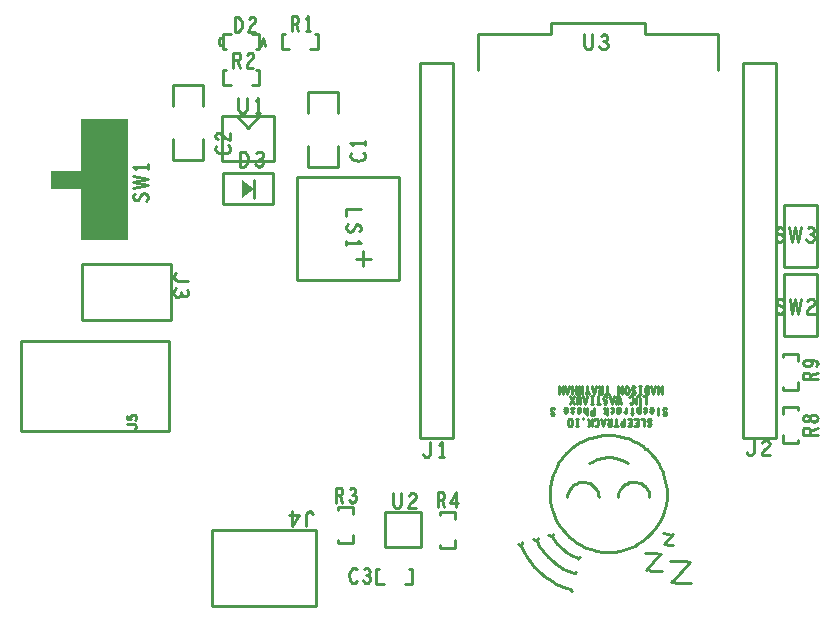
<source format=gto>
G04 ================== begin FILE IDENTIFICATION RECORD ==================*
G04 Layout Name:  SLEEPTRACK2_PHASE3_v2.brd*
G04 Film Name:    Sleeptrack2_Phase_3_Silkscreen_Top_V2*
G04 File Format:  Gerber RS274X*
G04 File Origin:  Cadence Allegro 17.0-P009*
G04 Origin Date:  Sat Oct 29 00:03:52 2016*
G04 *
G04 Layer:  USER PART NUMBER/SILKSCREEN_TOP*
G04 Layer:  TOLERANCE/SILKSCREEN_TOP*
G04 Layer:  REF DES/SILKSCREEN_TOP*
G04 Layer:  PACKAGE GEOMETRY/SILKSCREEN_TOP*
G04 Layer:  DEVICE TYPE/SILKSCREEN_TOP*
G04 Layer:  COMPONENT VALUE/SILKSCREEN_TOP*
G04 Layer:  BOARD GEOMETRY/SILKSCREEN_TOP*
G04 *
G04 Offset:    (0.00 0.00)*
G04 Mirror:    No*
G04 Mode:      Positive*
G04 Rotation:  0*
G04 FullContactRelief:  No*
G04 UndefLineWidth:     10.00*
G04 ================== end FILE IDENTIFICATION RECORD ====================*
%FSLAX25Y25*MOIN*%
%IR0*IPPOS*OFA0.00000B0.00000*MIA0B0*SFA1.00000B1.00000*%
%ADD10C,.01*%
G75*
%LPD*%
G75*
G36*
G01X-107016Y88679D02*
Y48521D01*
X-122764D01*
Y65647D01*
X-132607D01*
Y71553D01*
X-122764D01*
Y88679D01*
X-107016D01*
G37*
G36*
G01X-68900Y62600D02*
X-64900Y65600D01*
X-68900Y68600D01*
Y62600D01*
G37*
G54D10*
G01X-93250Y-15150D02*
X-142450D01*
Y14850D01*
X-93250D01*
Y-15150D01*
G01X-92660Y40570D02*
Y21770D01*
X-122260D01*
Y40570D01*
X-92660D01*
G01X-122260D02*
Y21770D01*
G01D02*
X-92660D01*
G01Y40570D02*
X-122260D01*
G01X-104770Y-14467D02*
X-104460Y-14275D01*
X-104253Y-14045D01*
X-104150Y-13777D01*
X-104253Y-13470D01*
X-104460Y-13240D01*
X-104770Y-13010D01*
X-105183Y-12933D01*
X-107250D01*
G01X-104615Y-11443D02*
X-104357Y-11213D01*
X-104202Y-10945D01*
X-104150Y-10600D01*
X-104253Y-10255D01*
X-104460Y-9987D01*
X-104822Y-9795D01*
X-105235Y-9757D01*
X-105648Y-9833D01*
X-105907Y-10025D01*
X-106113Y-10293D01*
X-106165Y-10562D01*
X-106113Y-10830D01*
X-105907Y-11175D01*
X-107250Y-11060D01*
Y-10025D01*
G01X-90780Y37407D02*
X-91280Y37090D01*
X-91613Y36710D01*
X-91780Y36267D01*
X-91613Y35760D01*
X-91280Y35380D01*
X-90780Y35000D01*
X-90113Y34873D01*
X-86780D01*
G01X-90780Y32433D02*
X-91363Y32053D01*
X-91697Y31547D01*
X-91780Y30977D01*
X-91697Y30470D01*
X-91280Y29963D01*
X-90780Y29647D01*
X-90280Y29583D01*
X-89697Y29710D01*
X-89280Y30153D01*
X-89113Y30597D01*
Y31167D01*
G01Y30597D02*
X-88863Y30217D01*
X-88447Y29900D01*
X-87947Y29773D01*
X-87447Y29900D01*
X-87030Y30217D01*
X-86780Y30787D01*
X-86863Y31357D01*
X-87197Y31927D01*
G01X-92660Y21770D02*
Y40570D01*
G01X-100997Y61400D02*
X-100580Y61906D01*
X-100330Y62476D01*
Y62983D01*
X-100580Y63489D01*
X-100997Y63869D01*
X-101580Y64059D01*
X-102163Y63933D01*
X-102663Y63616D01*
X-102997Y63046D01*
X-103163Y62286D01*
X-103497Y61843D01*
X-104080Y61653D01*
X-104663Y61780D01*
X-105080Y62096D01*
X-105330Y62540D01*
Y62983D01*
X-105163Y63426D01*
X-104747Y63806D01*
G01X-105330Y65928D02*
X-100330Y66814D01*
X-105330Y67827D01*
X-100330Y68841D01*
X-105330Y69727D01*
G01X-100330Y72925D02*
X-105330D01*
X-104330Y72166D01*
G01X-100330D02*
Y73685D01*
G01X-91880Y82180D02*
Y75180D01*
X-81880D01*
Y82180D01*
G01Y93180D02*
Y100180D01*
X-91880D01*
Y98180D01*
Y93180D01*
G01X-44227Y-73412D02*
Y-48215D01*
X-78873D01*
Y-73412D01*
X-44227D01*
G01X-64900Y68600D02*
Y62600D01*
G01X-75266Y60383D02*
X-58534D01*
Y70817D01*
X-75266D01*
Y60383D01*
G01X-70173Y95670D02*
Y92087D01*
X-69920Y91337D01*
X-69413Y90837D01*
X-68780Y90670D01*
X-68147Y90837D01*
X-67640Y91337D01*
X-67387Y92087D01*
Y95670D01*
G01X-63680Y90670D02*
Y95670D01*
X-64440Y94670D01*
G01Y90670D02*
X-62920D01*
G01X-75670Y89720D02*
X-58170D01*
Y74720D01*
X-75670D01*
Y89720D01*
G01X-63170D02*
X-66920Y85970D01*
X-70670Y89720D01*
G01X-69739Y72903D02*
Y77903D01*
X-68473D01*
X-67967Y77653D01*
X-67587Y77320D01*
X-67270Y76820D01*
X-67017Y76236D01*
X-66954Y75403D01*
X-67017Y74570D01*
X-67270Y73986D01*
X-67587Y73486D01*
X-67967Y73153D01*
X-68473Y72903D01*
X-69739D01*
G01X-64641Y73903D02*
X-64262Y73320D01*
X-63755Y72986D01*
X-63185Y72903D01*
X-62679Y72986D01*
X-62172Y73403D01*
X-61856Y73903D01*
X-61792Y74403D01*
X-61919Y74986D01*
X-62362Y75403D01*
X-62805Y75570D01*
X-63375D01*
G01X-62805D02*
X-62425Y75820D01*
X-62109Y76236D01*
X-61982Y76736D01*
X-62109Y77236D01*
X-62425Y77653D01*
X-62995Y77903D01*
X-63565Y77820D01*
X-64135Y77486D01*
G01X-77463Y79853D02*
X-77713Y79533D01*
X-77880Y79160D01*
Y78733D01*
X-77630Y78253D01*
X-77213Y77880D01*
X-76713Y77613D01*
X-75880Y77400D01*
X-75130Y77347D01*
X-74380Y77453D01*
X-73880Y77613D01*
X-73380Y77933D01*
X-73047Y78307D01*
X-72880Y78680D01*
Y79053D01*
X-73047Y79427D01*
X-73297Y79747D01*
X-73630Y80013D01*
G01X-77047Y82067D02*
X-77547Y82387D01*
X-77797Y82760D01*
X-77880Y83187D01*
X-77713Y83720D01*
X-77297Y84093D01*
X-76797Y84200D01*
X-76297Y84147D01*
X-75880Y83933D01*
X-75047Y82867D01*
X-74463Y82387D01*
X-73630Y82067D01*
X-72880Y81960D01*
Y84200D01*
G01X-62747Y113270D02*
X-62080Y115770D01*
X-61413Y113270D01*
G01X-61653Y114145D02*
X-62507D01*
G01X-75503Y115752D02*
X-75663Y115877D01*
X-75850Y115960D01*
X-76063D01*
X-76303Y115835D01*
X-76490Y115627D01*
X-76623Y115377D01*
X-76730Y114960D01*
X-76757Y114585D01*
X-76703Y114210D01*
X-76623Y113960D01*
X-76463Y113710D01*
X-76277Y113543D01*
X-76090Y113460D01*
X-75903D01*
X-75717Y113543D01*
X-75557Y113668D01*
X-75423Y113835D01*
G01X-72620Y117130D02*
X-75120D01*
Y112130D01*
X-74120D01*
G01X-64120D02*
X-63120D01*
Y117130D01*
X-65620D01*
G01X-71787Y105980D02*
Y110980D01*
X-70453D01*
X-70027Y110730D01*
X-69760Y110397D01*
X-69653Y109730D01*
X-69760Y109063D01*
X-70080Y108647D01*
X-70453Y108397D01*
X-71787D01*
G01X-70453D02*
X-69653Y105980D01*
G01X-67333Y110147D02*
X-67013Y110647D01*
X-66640Y110897D01*
X-66213Y110980D01*
X-65680Y110813D01*
X-65307Y110397D01*
X-65200Y109897D01*
X-65253Y109397D01*
X-65467Y108980D01*
X-66533Y108147D01*
X-67013Y107563D01*
X-67333Y106730D01*
X-67440Y105980D01*
X-65200D01*
G01X-65620Y100230D02*
X-63120D01*
Y105230D01*
X-64120D01*
G01X-74120D02*
X-75120D01*
Y100230D01*
X-72620D01*
G01X-71273Y117880D02*
Y122880D01*
X-70207D01*
X-69780Y122630D01*
X-69460Y122297D01*
X-69193Y121797D01*
X-68980Y121213D01*
X-68927Y120380D01*
X-68980Y119547D01*
X-69193Y118963D01*
X-69460Y118463D01*
X-69780Y118130D01*
X-70207Y117880D01*
X-71273D01*
G01X-66713Y122047D02*
X-66393Y122547D01*
X-66020Y122797D01*
X-65593Y122880D01*
X-65060Y122713D01*
X-64687Y122297D01*
X-64580Y121797D01*
X-64633Y121297D01*
X-64847Y120880D01*
X-65913Y120047D01*
X-66393Y119463D01*
X-66713Y118630D01*
X-66820Y117880D01*
X-64580D01*
G01X-37687Y-39060D02*
Y-34060D01*
X-36353D01*
X-35927Y-34310D01*
X-35660Y-34643D01*
X-35553Y-35310D01*
X-35660Y-35977D01*
X-35980Y-36393D01*
X-36353Y-36643D01*
X-37687D01*
G01X-36353D02*
X-35553Y-39060D01*
G01X-33393Y-38060D02*
X-33073Y-38643D01*
X-32647Y-38977D01*
X-32167Y-39060D01*
X-31740Y-38977D01*
X-31313Y-38560D01*
X-31047Y-38060D01*
X-30993Y-37560D01*
X-31100Y-36977D01*
X-31473Y-36560D01*
X-31847Y-36393D01*
X-32327D01*
G01X-31847D02*
X-31527Y-36143D01*
X-31260Y-35727D01*
X-31153Y-35227D01*
X-31260Y-34727D01*
X-31527Y-34310D01*
X-32007Y-34060D01*
X-32487Y-34143D01*
X-32967Y-34477D01*
G01X-32110Y-42860D02*
Y-40360D01*
X-37110D01*
Y-41360D01*
G01Y-51360D02*
Y-52360D01*
X-32110D01*
Y-49860D01*
G01X-45213Y-42880D02*
X-45530Y-42380D01*
X-45910Y-42047D01*
X-46353Y-41880D01*
X-46859Y-42047D01*
X-47239Y-42380D01*
X-47619Y-42880D01*
X-47746Y-43547D01*
Y-46880D01*
G01X-52337Y-41880D02*
Y-46880D01*
X-49995Y-43297D01*
X-53160D01*
G01X-16484Y35134D02*
X-50736D01*
Y69386D01*
X-16484D01*
Y35134D01*
G01X-29260Y58947D02*
X-34260D01*
Y56414D01*
G01X-33593Y53912D02*
X-34010Y53406D01*
X-34260Y52836D01*
Y52329D01*
X-34010Y51823D01*
X-33593Y51443D01*
X-33010Y51253D01*
X-32427Y51379D01*
X-31927Y51696D01*
X-31593Y52266D01*
X-31427Y53026D01*
X-31093Y53469D01*
X-30510Y53659D01*
X-29927Y53532D01*
X-29510Y53216D01*
X-29260Y52772D01*
Y52329D01*
X-29427Y51886D01*
X-29843Y51506D01*
G01X-34260Y47485D02*
X-29260D01*
X-30260Y48244D01*
G01X-34260D02*
Y46725D01*
G01X-46870Y79810D02*
Y72810D01*
X-36870D01*
Y79810D01*
G01X-46200Y112110D02*
X-43700D01*
Y117110D01*
X-44700D01*
G01X-54700D02*
X-55700D01*
Y112110D01*
X-53200D01*
G01X-36870Y90810D02*
Y97810D01*
X-46870D01*
Y95810D01*
Y90810D01*
G01X-52287Y118030D02*
Y123030D01*
X-50953D01*
X-50527Y122780D01*
X-50260Y122447D01*
X-50153Y121780D01*
X-50260Y121113D01*
X-50580Y120697D01*
X-50953Y120447D01*
X-52287D01*
G01X-50953D02*
X-50153Y118030D01*
G01X-46820D02*
Y123030D01*
X-47460Y122030D01*
G01Y118030D02*
X-46180D01*
G01X-30687Y-61347D02*
X-31007Y-61097D01*
X-31380Y-60930D01*
X-31807D01*
X-32287Y-61180D01*
X-32660Y-61597D01*
X-32927Y-62097D01*
X-33140Y-62930D01*
X-33193Y-63680D01*
X-33087Y-64430D01*
X-32927Y-64930D01*
X-32607Y-65430D01*
X-32233Y-65763D01*
X-31860Y-65930D01*
X-31487D01*
X-31113Y-65763D01*
X-30793Y-65513D01*
X-30527Y-65180D01*
G01X-28633Y-64930D02*
X-28313Y-65513D01*
X-27887Y-65847D01*
X-27407Y-65930D01*
X-26980Y-65847D01*
X-26553Y-65430D01*
X-26287Y-64930D01*
X-26233Y-64430D01*
X-26340Y-63847D01*
X-26713Y-63430D01*
X-27087Y-63263D01*
X-27567D01*
G01X-27087D02*
X-26767Y-63013D01*
X-26500Y-62597D01*
X-26393Y-62097D01*
X-26500Y-61597D01*
X-26767Y-61180D01*
X-27247Y-60930D01*
X-27727Y-61013D01*
X-28207Y-61347D01*
G01X-14770Y-66210D02*
X-12270D01*
Y-61210D01*
X-13270D01*
G01X-23270D02*
X-24270D01*
Y-66210D01*
X-21770D01*
G01X-18673Y-35900D02*
Y-39483D01*
X-18420Y-40233D01*
X-17914Y-40733D01*
X-17281Y-40900D01*
X-16647Y-40733D01*
X-16141Y-40233D01*
X-15888Y-39483D01*
Y-35900D01*
G01X-13386Y-36733D02*
X-13006Y-36233D01*
X-12562Y-35983D01*
X-12056Y-35900D01*
X-11423Y-36067D01*
X-10979Y-36483D01*
X-10853Y-36983D01*
X-10916Y-37483D01*
X-11169Y-37900D01*
X-12436Y-38733D01*
X-13006Y-39317D01*
X-13386Y-40150D01*
X-13512Y-40900D01*
X-10853D01*
G01X-9354Y-53966D02*
Y-42154D01*
X-21166D01*
Y-53966D01*
X-9354D01*
G01X-28610Y39760D02*
Y44760D01*
G01X-26110Y42260D02*
X-31110D01*
G01X-32453Y77483D02*
X-32703Y77163D01*
X-32870Y76790D01*
Y76363D01*
X-32620Y75883D01*
X-32203Y75510D01*
X-31703Y75243D01*
X-30870Y75030D01*
X-30120Y74977D01*
X-29370Y75083D01*
X-28870Y75243D01*
X-28370Y75563D01*
X-28037Y75937D01*
X-27870Y76310D01*
Y76683D01*
X-28037Y77057D01*
X-28287Y77377D01*
X-28620Y77643D01*
G01X-27870Y80710D02*
X-32870D01*
X-31870Y80070D01*
G01X-27870D02*
Y81350D01*
G01X-3757Y-40600D02*
Y-35600D01*
X-2423D01*
X-1997Y-35850D01*
X-1730Y-36183D01*
X-1623Y-36850D01*
X-1730Y-37517D01*
X-2050Y-37933D01*
X-2423Y-38183D01*
X-3757D01*
G01X-2423D02*
X-1623Y-40600D01*
G01X2350D02*
Y-35600D01*
X377Y-39183D01*
X3043D01*
G01X1940Y-44560D02*
Y-42060D01*
X-3060D01*
Y-43060D01*
G01Y-53060D02*
Y-54060D01*
X1940D01*
Y-51560D01*
G01X-8727Y-22890D02*
X-8410Y-23390D01*
X-8030Y-23723D01*
X-7587Y-23890D01*
X-7080Y-23723D01*
X-6700Y-23390D01*
X-6320Y-22890D01*
X-6193Y-22223D01*
Y-18890D01*
G01X-2360Y-23890D02*
Y-18890D01*
X-3120Y-19890D01*
G01Y-23890D02*
X-1600D01*
G01X-9660Y-17470D02*
X1340D01*
Y107530D01*
X-9660D01*
Y-17470D01*
G01X89750Y105000D02*
Y117000D01*
X65550D01*
Y120800D01*
X33950D01*
Y117000D01*
X9750D01*
Y105000D01*
G01X24680Y-54960D02*
X26324Y-57732D01*
G01D02*
X27276Y-58970D01*
G01D02*
X28100Y-60050D01*
G01D02*
X30700Y-62650D01*
G01D02*
X31820Y-63525D01*
G01X33175Y-57273D02*
X34623Y-58625D01*
G01D02*
X35720Y-59525D01*
G01D02*
X37715Y-60827D01*
G01X31820Y-63525D02*
X34415Y-65327D01*
G01D02*
X35690Y-66070D01*
G01D02*
X39110Y-67520D01*
G01X34700Y-49550D02*
X34430Y-50060D01*
G01X33100Y-49750D02*
X34300Y-50350D01*
G01X34400Y-50250D02*
Y-50350D01*
G01X34300D02*
X34400D01*
G01D02*
X34780Y-50960D01*
G01X29800Y-50850D02*
X29623Y-51065D01*
G01X28100Y-51250D02*
X29300Y-51850D01*
G01X29400Y-51750D02*
Y-51850D01*
G01X29300D02*
X29400D01*
G01D02*
Y-51950D01*
G01D02*
X30177Y-53365D01*
G01X24500Y-52350D02*
X24323Y-52565D01*
G01X22900Y-52950D02*
X23900Y-53450D01*
G01X24000Y-53350D02*
Y-53450D01*
G01X23900D02*
X24000D01*
G01D02*
Y-53550D01*
G01D02*
X24680Y-54960D01*
G01X24323Y-52565D02*
X24020Y-53260D01*
G01D02*
X24000Y-53350D01*
G01X30177Y-53365D02*
X31325Y-55130D01*
G01D02*
X33175Y-57273D01*
G01X29623Y-51065D02*
X29420Y-51660D01*
G01D02*
X29400Y-51750D01*
G01X34780Y-50960D02*
X36100Y-52850D01*
G01D02*
X37900Y-54650D01*
G01X34430Y-50060D02*
X34400Y-50250D01*
G01X33962Y-32642D02*
X33747Y-33952D01*
G01D02*
X33600Y-35850D01*
G01D02*
X33757Y-38155D01*
G01D02*
X33843Y-38845D01*
G01D02*
X34430Y-41340D01*
G01D02*
X34730Y-42340D01*
G01D02*
X35320Y-43840D01*
G01D02*
X35480Y-44160D01*
G01D02*
X36523Y-46135D01*
G01D02*
X36877Y-46665D01*
G01D02*
X38025Y-48228D01*
G01X72550Y-7713D02*
X72337Y-7505D01*
X72097Y-7380D01*
X71883D01*
X71670Y-7505D01*
X71510Y-7713D01*
X71430Y-8005D01*
X71483Y-8297D01*
X71617Y-8547D01*
X71857Y-8713D01*
X72177Y-8797D01*
X72363Y-8963D01*
X72443Y-9255D01*
X72390Y-9547D01*
X72257Y-9755D01*
X72070Y-9880D01*
X71883D01*
X71697Y-9797D01*
X71537Y-9588D01*
G01X69790Y-7380D02*
Y-9880D01*
G01X67990Y-8505D02*
X67137D01*
X67217Y-8797D01*
X67350Y-8963D01*
X67537Y-9047D01*
X67723Y-9005D01*
X67883Y-8880D01*
X67990Y-8588D01*
X68043Y-8338D01*
Y-8088D01*
X67990Y-7838D01*
X67857Y-7588D01*
X67697Y-7422D01*
X67510Y-7380D01*
X67323Y-7463D01*
X67137Y-7713D01*
G01X65790Y-8505D02*
X64937D01*
X65017Y-8797D01*
X65150Y-8963D01*
X65337Y-9047D01*
X65523Y-9005D01*
X65683Y-8880D01*
X65790Y-8588D01*
X65843Y-8338D01*
Y-8088D01*
X65790Y-7838D01*
X65657Y-7588D01*
X65497Y-7422D01*
X65310Y-7380D01*
X65123Y-7463D01*
X64937Y-7713D01*
G01X63670Y-6547D02*
Y-9047D01*
G01Y-8672D02*
X63537Y-8880D01*
X63403Y-9005D01*
X63190Y-9047D01*
X63003Y-9005D01*
X62817Y-8797D01*
X62737Y-8505D01*
X62710Y-8213D01*
X62737Y-7922D01*
X62817Y-7630D01*
X62977Y-7463D01*
X63190Y-7380D01*
X63377Y-7422D01*
X63563Y-7547D01*
X63670Y-7713D01*
G01X60990Y-9880D02*
Y-7380D01*
G01X61363Y-9047D02*
X60617D01*
G01X59163Y-7380D02*
Y-9047D01*
G01Y-8713D02*
X59030Y-8880D01*
X58897Y-9005D01*
X58710Y-9047D01*
X58577Y-9005D01*
X58417Y-8880D01*
G01X56110Y-7380D02*
Y-9047D01*
G01Y-8755D02*
X56217Y-8922D01*
X56377Y-9005D01*
X56563Y-9047D01*
X56750Y-8963D01*
X56910Y-8797D01*
X57017Y-8547D01*
X57070Y-8213D01*
X57017Y-7880D01*
X56910Y-7630D01*
X56750Y-7463D01*
X56563Y-7380D01*
X56377Y-7422D01*
X56217Y-7547D01*
X56110Y-7713D01*
G01X53963Y-8838D02*
X54150Y-9005D01*
X54310Y-9047D01*
X54523Y-8963D01*
X54683Y-8797D01*
X54790Y-8505D01*
X54817Y-8213D01*
X54790Y-7922D01*
X54683Y-7672D01*
X54523Y-7463D01*
X54310Y-7380D01*
X54123Y-7463D01*
X53963Y-7630D01*
G01X52643Y-7380D02*
Y-9880D01*
G01X51790Y-9047D02*
X52643Y-8088D01*
G01X52297Y-8463D02*
X51737Y-7380D01*
G01X48323D02*
Y-9880D01*
X47683D01*
X47470Y-9755D01*
X47310Y-9463D01*
X47257Y-9130D01*
X47310Y-8797D01*
X47443Y-8547D01*
X47683Y-8422D01*
X48323D01*
G01X46043Y-7380D02*
Y-9880D01*
G01Y-8672D02*
X45910Y-8880D01*
X45777Y-9005D01*
X45563Y-9047D01*
X45403Y-9005D01*
X45217Y-8838D01*
X45137Y-8588D01*
Y-7380D01*
G01X42910D02*
Y-9047D01*
G01Y-8755D02*
X43017Y-8922D01*
X43177Y-9005D01*
X43363Y-9047D01*
X43550Y-8963D01*
X43710Y-8797D01*
X43817Y-8547D01*
X43870Y-8213D01*
X43817Y-7880D01*
X43710Y-7630D01*
X43550Y-7463D01*
X43363Y-7380D01*
X43177Y-7422D01*
X43017Y-7547D01*
X42910Y-7713D01*
G01X41590Y-7672D02*
X41457Y-7505D01*
X41270Y-7380D01*
X41110D01*
X40950Y-7463D01*
X40843Y-7588D01*
X40790Y-7755D01*
X40817Y-8005D01*
X40923Y-8130D01*
X41403Y-8380D01*
X41510Y-8672D01*
X41457Y-8880D01*
X41350Y-9005D01*
X41190Y-9047D01*
X41030Y-9005D01*
X40870Y-8880D01*
G01X39390Y-8505D02*
X38537D01*
X38617Y-8797D01*
X38750Y-8963D01*
X38937Y-9047D01*
X39123Y-9005D01*
X39283Y-8880D01*
X39390Y-8588D01*
X39443Y-8338D01*
Y-8088D01*
X39390Y-7838D01*
X39257Y-7588D01*
X39097Y-7422D01*
X38910Y-7380D01*
X38723Y-7463D01*
X38537Y-7713D01*
G01X35177Y-7880D02*
X35017Y-7588D01*
X34803Y-7422D01*
X34563Y-7380D01*
X34350Y-7422D01*
X34137Y-7630D01*
X34003Y-7880D01*
X33977Y-8130D01*
X34030Y-8422D01*
X34217Y-8630D01*
X34403Y-8713D01*
X34643D01*
G01X34403D02*
X34243Y-8838D01*
X34110Y-9047D01*
X34057Y-9297D01*
X34110Y-9547D01*
X34243Y-9755D01*
X34483Y-9880D01*
X34723Y-9838D01*
X34963Y-9672D01*
G01X37725Y-24171D02*
X36520Y-25960D01*
G01D02*
X36277Y-26335D01*
G01D02*
X34930Y-29060D01*
G01D02*
X34830Y-29360D01*
G01D02*
X34038Y-32258D01*
G01D02*
X33962Y-32642D01*
G01X70993Y-310D02*
Y-2810D01*
X70300Y-727D01*
X69607Y-2810D01*
Y-310D01*
G01X68767D02*
X68100Y-2810D01*
X67433Y-310D01*
G01X67673Y-1185D02*
X68527D01*
G01X66487Y-310D02*
Y-2810D01*
X65953D01*
X65740Y-2685D01*
X65580Y-2518D01*
X65447Y-2268D01*
X65340Y-1977D01*
X65313Y-1560D01*
X65340Y-1143D01*
X65447Y-852D01*
X65580Y-602D01*
X65740Y-435D01*
X65953Y-310D01*
X66487D01*
G01X64020Y-2810D02*
X63380D01*
G01X63700D02*
Y-310D01*
G01X64020D02*
X63380D01*
G01X62060Y-643D02*
X61847Y-435D01*
X61607Y-310D01*
X61393D01*
X61180Y-435D01*
X61020Y-643D01*
X60940Y-935D01*
X60993Y-1227D01*
X61127Y-1477D01*
X61367Y-1643D01*
X61687Y-1727D01*
X61873Y-1893D01*
X61953Y-2185D01*
X61900Y-2477D01*
X61767Y-2685D01*
X61580Y-2810D01*
X61393D01*
X61207Y-2727D01*
X61047Y-2518D01*
G01X59300Y-310D02*
X59513Y-352D01*
X59700Y-518D01*
X59860Y-768D01*
X59967Y-1060D01*
X60020Y-1393D01*
Y-1727D01*
X59967Y-2060D01*
X59860Y-2352D01*
X59700Y-2602D01*
X59513Y-2768D01*
X59300Y-2810D01*
X59087Y-2768D01*
X58900Y-2602D01*
X58740Y-2352D01*
X58633Y-2060D01*
X58580Y-1727D01*
Y-1393D01*
X58633Y-1060D01*
X58740Y-768D01*
X58900Y-518D01*
X59087Y-352D01*
X59300Y-310D01*
G01X57713D02*
Y-2810D01*
X56487Y-310D01*
Y-2810D01*
G01X52700D02*
Y-310D01*
G01X53313Y-2810D02*
X52087D01*
G01X51033Y-310D02*
Y-2810D01*
X50367D01*
X50153Y-2685D01*
X50020Y-2518D01*
X49967Y-2185D01*
X50020Y-1852D01*
X50180Y-1643D01*
X50367Y-1518D01*
X51033D01*
G01X50367D02*
X49967Y-310D01*
G01X48967D02*
X48300Y-2810D01*
X47633Y-310D01*
G01X47873Y-1185D02*
X48727D01*
G01X46100Y-310D02*
Y-1435D01*
X46633Y-2810D01*
G01X45567D02*
X46100Y-1435D01*
G01X44513Y-310D02*
Y-2810D01*
X43287Y-310D01*
Y-2810D01*
G01X42260Y-310D02*
Y-2810D01*
G01X41140D02*
Y-310D01*
G01Y-1560D02*
X42260D01*
G01X40167Y-310D02*
X39500Y-2810D01*
X38833Y-310D01*
G01X39073Y-1185D02*
X39927D01*
G01X37993Y-310D02*
Y-2810D01*
X37300Y-727D01*
X36607Y-2810D01*
Y-310D01*
G01X43100Y-57650D02*
X43200Y-57750D01*
G01X41600Y-62550D02*
X42000D01*
G01X38110Y-61030D02*
X41600Y-62550D01*
G01X42000D02*
X42290Y-62330D01*
G01D02*
X42400Y-62250D01*
G01X37715Y-60827D02*
X38110Y-61030D01*
G01X39110Y-67520D02*
X39410Y-67620D01*
G01D02*
X40500Y-67950D01*
G01D02*
X40900Y-68450D01*
G01X49900Y-37250D02*
X49856Y-36455D01*
G01X43700Y-57150D02*
X43100Y-57550D01*
G01X43000D02*
X43100D01*
G01D02*
Y-57650D01*
G01X40710Y-56530D02*
X43000Y-57550D01*
G01X58882Y-32926D02*
X58400Y-33250D01*
G01D02*
X57500Y-34150D01*
G01D02*
X57023Y-34865D01*
G01D02*
X56780Y-35340D01*
G01D02*
X56465Y-36341D01*
G01D02*
X56300Y-37250D01*
G01X49856Y-36455D02*
X49670Y-35660D01*
G01D02*
X49076Y-34568D01*
G01D02*
X48500Y-33750D01*
G01D02*
X48218Y-33526D01*
G01D02*
X47082Y-32674D01*
G01X41982Y-32926D02*
X41500Y-33250D01*
G01D02*
X40600Y-34150D01*
G01D02*
X40123Y-34865D01*
G01X42715Y-52427D02*
X43390Y-52870D01*
G01X40922Y-51125D02*
X42715Y-52427D01*
G01X43390Y-52870D02*
X45710Y-54020D01*
G01D02*
X46190Y-54180D01*
G01D02*
X48308Y-54912D01*
G01D02*
X49192Y-55088D01*
G01D02*
X51500Y-55450D01*
G01D02*
X54900D01*
G01D02*
X57093Y-55109D01*
G01D02*
X57208Y-55088D01*
G01D02*
X59110Y-54580D01*
G01D02*
X60090Y-54220D01*
G01D02*
X61890Y-53430D01*
G01D02*
X62710Y-52970D01*
G01X37900Y-54650D02*
X38918Y-55426D01*
G01D02*
X40710Y-56530D01*
G01X40123Y-34865D02*
X39920Y-35260D01*
G01D02*
X39542Y-36456D01*
G01D02*
X39400Y-37250D01*
G01X38025Y-48228D02*
X38675Y-48972D01*
G01D02*
X40178Y-50475D01*
G01D02*
X40922Y-51125D01*
G01X67330Y-11393D02*
X67117Y-11185D01*
X66877Y-11060D01*
X66663D01*
X66450Y-11185D01*
X66290Y-11393D01*
X66210Y-11685D01*
X66263Y-11977D01*
X66397Y-12227D01*
X66637Y-12393D01*
X66957Y-12477D01*
X67143Y-12643D01*
X67223Y-12935D01*
X67170Y-13227D01*
X67037Y-13435D01*
X66850Y-13560D01*
X66663D01*
X66477Y-13477D01*
X66317Y-13268D01*
G01X65103Y-13560D02*
Y-11060D01*
X64037D01*
G01X61837D02*
X62903D01*
Y-13560D01*
X61837D01*
G01X62263Y-12352D02*
X62903D01*
G01X59637Y-11060D02*
X60703D01*
Y-13560D01*
X59637D01*
G01X60063Y-12352D02*
X60703D01*
G01X58503Y-11060D02*
Y-13560D01*
X57863D01*
X57650Y-13435D01*
X57490Y-13143D01*
X57437Y-12810D01*
X57490Y-12477D01*
X57623Y-12227D01*
X57863Y-12102D01*
X58503D01*
G01X55770Y-13560D02*
Y-11060D01*
G01X56383Y-13560D02*
X55157D01*
G01X54103Y-11060D02*
Y-13560D01*
X53437D01*
X53223Y-13435D01*
X53090Y-13268D01*
X53037Y-12935D01*
X53090Y-12602D01*
X53250Y-12393D01*
X53437Y-12268D01*
X54103D01*
G01X53437D02*
X53037Y-11060D01*
G01X52037D02*
X51370Y-13560D01*
X50703Y-11060D01*
G01X50943Y-11935D02*
X51797D01*
G01X48583Y-13352D02*
X48743Y-13477D01*
X48930Y-13560D01*
X49143D01*
X49383Y-13435D01*
X49570Y-13227D01*
X49703Y-12977D01*
X49810Y-12560D01*
X49837Y-12185D01*
X49783Y-11810D01*
X49703Y-11560D01*
X49543Y-11310D01*
X49357Y-11143D01*
X49170Y-11060D01*
X48983D01*
X48797Y-11143D01*
X48637Y-11268D01*
X48503Y-11435D01*
G01X47557Y-11060D02*
Y-13560D01*
G01X46543D02*
X47557Y-12018D01*
G01X46383Y-11060D02*
X47103Y-12727D01*
G01X44770Y-10977D02*
X44823Y-11018D01*
Y-11102D01*
X44770Y-11143D01*
X44717Y-11102D01*
Y-11018D01*
X44770Y-10977D01*
G01X42890Y-13560D02*
X42250D01*
G01X42570D02*
Y-11060D01*
G01X42890D02*
X42250D01*
G01X40370D02*
X40583Y-11102D01*
X40770Y-11268D01*
X40930Y-11518D01*
X41037Y-11810D01*
X41090Y-12143D01*
Y-12477D01*
X41037Y-12810D01*
X40930Y-13102D01*
X40770Y-13352D01*
X40583Y-13518D01*
X40370Y-13560D01*
X40157Y-13518D01*
X39970Y-13352D01*
X39810Y-13102D01*
X39703Y-12810D01*
X39650Y-12477D01*
Y-12143D01*
X39703Y-11810D01*
X39810Y-11518D01*
X39970Y-11268D01*
X40157Y-11102D01*
X40370Y-11060D01*
G01X51400Y-16550D02*
X50007Y-16791D01*
G01X59600Y-25750D02*
X58290Y-25080D01*
G01X62200Y-32050D02*
X61000D01*
G01D02*
X60209Y-32285D01*
G01D02*
X59226Y-32694D01*
G01X45409Y-32115D02*
X45300Y-32050D01*
G01X46490Y-32380D02*
X45409Y-32115D01*
G01X45300Y-32050D02*
X44100D01*
G01D02*
X43309Y-32285D01*
G01D02*
X42326Y-32694D01*
G01X58290Y-25080D02*
X56609Y-24415D01*
G01D02*
X53900Y-23850D01*
G01D02*
X52800D01*
G01D02*
X51307Y-24091D01*
G01D02*
X49410Y-24580D01*
G01D02*
X47610Y-25370D01*
G01D02*
X46600Y-25850D01*
G01X50007Y-16791D02*
X47509Y-17385D01*
G01D02*
X46809Y-17585D01*
G01D02*
X44110Y-18770D01*
G01D02*
X43790Y-18930D01*
G01D02*
X41682Y-20326D01*
G01D02*
X41385Y-20527D01*
G01D02*
X39200Y-22450D01*
G01D02*
X37725Y-24171D01*
G01X62510Y-18930D02*
X62110Y-18730D01*
G01D02*
X59790Y-17680D01*
G01D02*
X58909Y-17415D01*
G01D02*
X56393Y-16791D01*
G01D02*
X55907Y-16709D01*
G01D02*
X54999Y-16599D01*
G01D02*
X51400Y-16550D01*
G01X59226Y-32694D02*
X58882Y-32926D01*
G01X47082Y-32674D02*
X46490Y-32380D01*
G01X42326Y-32694D02*
X41982Y-32926D01*
G01X65773Y-6040D02*
Y-3540D01*
X64707D01*
G01X63627Y-6040D02*
Y-4248D01*
X63520Y-3873D01*
X63307Y-3623D01*
X63040Y-3540D01*
X62773Y-3623D01*
X62560Y-3873D01*
X62453Y-4248D01*
Y-6040D01*
G01X60253Y-5832D02*
X60413Y-5957D01*
X60600Y-6040D01*
X60813D01*
X61053Y-5915D01*
X61240Y-5707D01*
X61373Y-5457D01*
X61480Y-5040D01*
X61507Y-4665D01*
X61453Y-4290D01*
X61373Y-4040D01*
X61213Y-3790D01*
X61027Y-3623D01*
X60840Y-3540D01*
X60653D01*
X60467Y-3623D01*
X60307Y-3748D01*
X60173Y-3915D01*
G01X57240Y-6040D02*
X56867Y-3540D01*
X56440Y-6040D01*
X56013Y-3540D01*
X55640Y-6040D01*
G01X54907Y-3540D02*
X54240Y-6040D01*
X53573Y-3540D01*
G01X53813Y-4415D02*
X54667D01*
G01X52600Y-3873D02*
X52387Y-3665D01*
X52147Y-3540D01*
X51933D01*
X51720Y-3665D01*
X51560Y-3873D01*
X51480Y-4165D01*
X51533Y-4457D01*
X51667Y-4707D01*
X51907Y-4873D01*
X52227Y-4957D01*
X52413Y-5123D01*
X52493Y-5415D01*
X52440Y-5707D01*
X52307Y-5915D01*
X52120Y-6040D01*
X51933D01*
X51747Y-5957D01*
X51587Y-5748D01*
G01X49840Y-6040D02*
Y-3540D01*
G01X50453Y-6040D02*
X49227D01*
G01X47960D02*
X47320D01*
G01X47640D02*
Y-3540D01*
G01X47960D02*
X47320D01*
G01X46107D02*
X45440Y-6040D01*
X44773Y-3540D01*
G01X45013Y-4415D02*
X45867D01*
G01X43827Y-6040D02*
Y-4248D01*
X43720Y-3873D01*
X43507Y-3623D01*
X43240Y-3540D01*
X42973Y-3623D01*
X42760Y-3873D01*
X42653Y-4248D01*
Y-6040D01*
G01X41600Y-3540D02*
X40480Y-6040D01*
G01X41600D02*
X40480Y-3540D01*
G01X45047Y117020D02*
Y113437D01*
X45300Y112687D01*
X45807Y112187D01*
X46440Y112020D01*
X47073Y112187D01*
X47580Y112687D01*
X47833Y113437D01*
Y117020D01*
G01X50147Y113020D02*
X50527Y112437D01*
X51033Y112103D01*
X51603Y112020D01*
X52110Y112103D01*
X52617Y112520D01*
X52933Y113020D01*
X52997Y113520D01*
X52870Y114103D01*
X52427Y114520D01*
X51983Y114687D01*
X51413D01*
G01X51983D02*
X52363Y114937D01*
X52680Y115353D01*
X52807Y115853D01*
X52680Y116353D01*
X52363Y116770D01*
X51793Y117020D01*
X51223Y116937D01*
X50653Y116603D01*
G01X73700Y-58450D02*
X78899Y-58499D01*
G01X80500Y-58750D02*
X80100Y-59050D01*
G01X80000D02*
Y-59150D01*
G01Y-59050D02*
X80100D01*
G01X80000Y-59150D02*
X79953Y-59316D01*
G01X66200Y-61050D02*
Y-61150D01*
G01X66100D02*
X65700Y-61450D01*
G01X66100Y-61150D02*
X66200D01*
G01D02*
X66300D01*
G01D02*
X66390Y-61170D01*
G01X74600Y-65250D02*
Y-65350D01*
G01X74500D02*
X74100Y-65650D01*
G01X74500Y-65350D02*
X74600D01*
G01D02*
X74700D01*
G01D02*
X74790Y-65370D01*
G01X79953Y-59316D02*
X74649Y-65090D01*
G01D02*
X74600Y-65250D01*
G01X78899Y-58499D02*
X79890Y-58970D01*
G01D02*
X80000Y-59050D01*
G01X74790Y-65370D02*
X75901Y-65901D01*
G01D02*
X80600Y-65950D01*
G01X66390Y-61170D02*
X67501Y-61701D01*
G01D02*
X70900Y-61750D01*
G01X70151Y-56611D02*
X66200Y-61050D01*
G01X66800Y-37250D02*
X66757Y-36555D01*
G01X71300Y-49350D02*
X73198Y-49397D01*
G01X74600Y-49650D02*
X74400Y-49850D01*
G01X74100D02*
X74200D01*
G01D02*
Y-49950D01*
G01Y-49850D02*
X74300D01*
G01X74200Y-49950D02*
Y-50250D01*
G01X72100Y-52650D02*
Y-52750D01*
G01X72000D02*
X71900D01*
G01X72000D02*
X72100D01*
G01D02*
X72200D01*
G01D02*
X72290Y-52770D01*
G01X65300Y-55750D02*
X69099Y-55799D01*
G01X70700Y-56050D02*
X70300Y-56350D01*
G01X70200D02*
Y-56450D01*
G01Y-56350D02*
X70300D01*
G01X70200Y-56450D02*
X70151Y-56611D01*
G01X72456Y-33655D02*
X72162Y-31758D01*
G01X72290Y-52770D02*
X73203Y-53203D01*
G01D02*
X74800Y-53250D01*
G01X71900Y-52750D02*
X71700Y-52950D01*
G01X74200Y-50250D02*
X72149Y-52491D01*
G01D02*
X72100Y-52650D01*
G01X74400Y-49850D02*
X74300D01*
G01X73198Y-49397D02*
X73990Y-49770D01*
G01D02*
X74100Y-49850D01*
G01X71270Y-43140D02*
X71730Y-41860D01*
G01X70620Y-44660D02*
X71270Y-43140D01*
G01X71730Y-41860D02*
X72238Y-39958D01*
G01D02*
X72600Y-37450D01*
G01D02*
Y-34550D01*
G01D02*
X72456Y-33655D01*
G01X69099Y-55799D02*
X70090Y-56270D01*
G01D02*
X70200Y-56350D01*
G01X66757Y-36555D02*
X66570Y-35660D01*
G01D02*
X65976Y-34568D01*
G01D02*
X65300Y-33650D01*
G01D02*
X65118Y-33526D01*
G01D02*
X63982Y-32674D01*
G01X62710Y-52970D02*
X64315Y-51973D01*
G01D02*
X66022Y-50575D01*
G01D02*
X67725Y-48872D01*
G01D02*
X69076Y-47232D01*
G01D02*
X70280Y-45240D01*
G01D02*
X70620Y-44660D01*
G01X72162Y-31758D02*
X71530Y-29540D01*
G01D02*
X71230Y-28840D01*
G01D02*
X70477Y-27065D01*
G01D02*
X69920Y-26140D01*
G01X62309Y-32115D02*
X62200Y-32050D01*
G01X63390Y-32380D02*
X62309Y-32115D01*
G01X69920Y-26140D02*
X68723Y-24335D01*
G01D02*
X67800Y-23150D01*
G01D02*
X66000Y-21350D01*
G01D02*
X65521Y-21025D01*
G01D02*
X64585Y-20273D01*
G01D02*
X62510Y-18930D01*
G01X63982Y-32674D02*
X63390Y-32380D01*
G01X99223Y-22270D02*
X99540Y-22770D01*
X99920Y-23103D01*
X100363Y-23270D01*
X100870Y-23103D01*
X101250Y-22770D01*
X101630Y-22270D01*
X101757Y-21603D01*
Y-18270D01*
G01X104387Y-19103D02*
X104767Y-18603D01*
X105210Y-18353D01*
X105717Y-18270D01*
X106350Y-18437D01*
X106793Y-18853D01*
X106920Y-19353D01*
X106857Y-19853D01*
X106603Y-20270D01*
X105337Y-21103D01*
X104767Y-21687D01*
X104387Y-22520D01*
X104260Y-23270D01*
X106920D01*
G01X98160Y-17470D02*
X109160D01*
Y107530D01*
X98160D01*
Y-17470D01*
G01X109080Y24627D02*
X109586Y24210D01*
X110156Y23960D01*
X110663D01*
X111169Y24210D01*
X111549Y24627D01*
X111739Y25210D01*
X111613Y25793D01*
X111296Y26293D01*
X110726Y26627D01*
X109966Y26793D01*
X109523Y27127D01*
X109333Y27710D01*
X109460Y28293D01*
X109776Y28710D01*
X110220Y28960D01*
X110663D01*
X111106Y28793D01*
X111486Y28377D01*
G01X113608Y28960D02*
X114494Y23960D01*
X115507Y28960D01*
X116521Y23960D01*
X117407Y28960D01*
G01X119402Y28127D02*
X119782Y28627D01*
X120226Y28877D01*
X120732Y28960D01*
X121365Y28793D01*
X121809Y28377D01*
X121935Y27877D01*
X121872Y27377D01*
X121619Y26960D01*
X120352Y26127D01*
X119782Y25543D01*
X119402Y24710D01*
X119276Y23960D01*
X121935D01*
G01X108920Y48447D02*
X109426Y48030D01*
X109996Y47780D01*
X110503D01*
X111009Y48030D01*
X111389Y48447D01*
X111579Y49030D01*
X111453Y49613D01*
X111136Y50113D01*
X110566Y50447D01*
X109806Y50613D01*
X109363Y50947D01*
X109173Y51530D01*
X109300Y52113D01*
X109616Y52530D01*
X110060Y52780D01*
X110503D01*
X110946Y52613D01*
X111326Y52197D01*
G01X113448Y52780D02*
X114334Y47780D01*
X115347Y52780D01*
X116361Y47780D01*
X117247Y52780D01*
G01X119053Y48780D02*
X119432Y48197D01*
X119939Y47863D01*
X120509Y47780D01*
X121015Y47863D01*
X121522Y48280D01*
X121838Y48780D01*
X121902Y49280D01*
X121775Y49863D01*
X121332Y50280D01*
X120889Y50447D01*
X120319D01*
G01X120889D02*
X121269Y50697D01*
X121585Y51113D01*
X121712Y51613D01*
X121585Y52113D01*
X121269Y52530D01*
X120699Y52780D01*
X120129Y52697D01*
X119559Y52363D01*
G01X122890Y-16357D02*
X117890D01*
Y-15023D01*
X118140Y-14597D01*
X118473Y-14330D01*
X119140Y-14223D01*
X119807Y-14330D01*
X120223Y-14650D01*
X120473Y-15023D01*
Y-16357D01*
G01Y-15023D02*
X122890Y-14223D01*
G01Y-10890D02*
X122807Y-10517D01*
X122557Y-10090D01*
X122140Y-9823D01*
X121557Y-9717D01*
X120973Y-9823D01*
X120473Y-10143D01*
X120223Y-10623D01*
Y-11157D01*
X120057Y-11477D01*
X119640Y-11743D01*
X119057Y-11850D01*
X118473Y-11690D01*
X118057Y-11317D01*
X117890Y-10890D01*
X118057Y-10463D01*
X118473Y-10090D01*
X119057Y-9930D01*
X119640Y-10037D01*
X120057Y-10303D01*
X120223Y-10623D01*
Y-11157D01*
X120473Y-11637D01*
X120973Y-11957D01*
X121557Y-12063D01*
X122140Y-11957D01*
X122557Y-11690D01*
X122807Y-11263D01*
X122890Y-10890D01*
G01X111540Y-16560D02*
Y-19060D01*
X116540D01*
Y-18060D01*
G01Y-8060D02*
Y-7060D01*
X111540D01*
Y-9560D01*
G01X122930Y1993D02*
X117930D01*
Y3327D01*
X118180Y3753D01*
X118513Y4020D01*
X119180Y4127D01*
X119847Y4020D01*
X120263Y3700D01*
X120513Y3327D01*
Y1993D01*
G01Y3327D02*
X122930Y4127D01*
G01X122347Y6553D02*
X122763Y6927D01*
X122930Y7353D01*
X122763Y7780D01*
X122263Y8153D01*
X121513Y8420D01*
X120763Y8527D01*
X119847D01*
X119097Y8420D01*
X118430Y8153D01*
X118097Y7833D01*
X117930Y7460D01*
X118097Y7033D01*
X118430Y6713D01*
X118930Y6500D01*
X119597Y6393D01*
X120180Y6500D01*
X120763Y6767D01*
X121097Y7087D01*
X121180Y7460D01*
X121013Y7887D01*
X120597Y8207D01*
X119847Y8527D01*
G01X116300Y8040D02*
Y10540D01*
X111300D01*
Y9540D01*
G01Y-460D02*
Y-1460D01*
X116300D01*
Y1040D01*
G01X111748Y37106D02*
X122772D01*
Y16634D01*
X111748D01*
Y37106D01*
G01Y60086D02*
X122772D01*
Y39614D01*
X111748D01*
Y60086D01*
M02*

</source>
